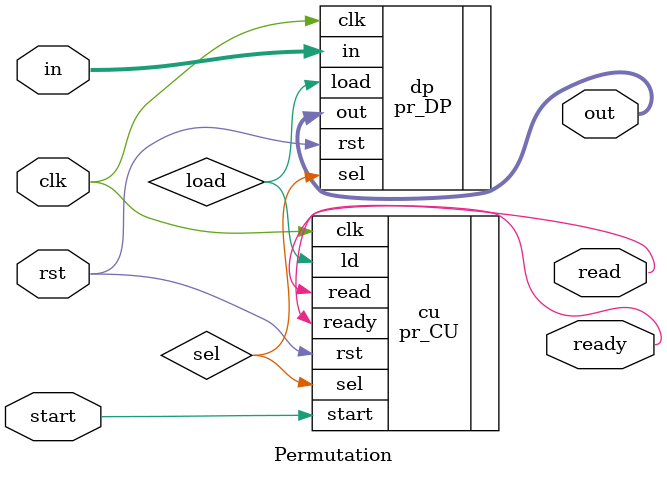
<source format=v>
`timescale 1ns/1ns
`include "pr_DP.v"
`include "pr_CU.v"
module Permutation (in, clk, rst, start, ready, read, out);
    input [24:0] in;
    input clk, rst, start;
    output ready, read;
    output [24:0] out;

    wire load,sel;
    pr_CU cu(.clk(clk), .rst(rst), .start(start), .sel(sel), .ld(load),
           .ready(ready), .read(read));
    pr_DP dp(.in(in), .clk(clk), .rst(rst), .sel(sel), .load(load) , .out(out));
endmodule
</source>
